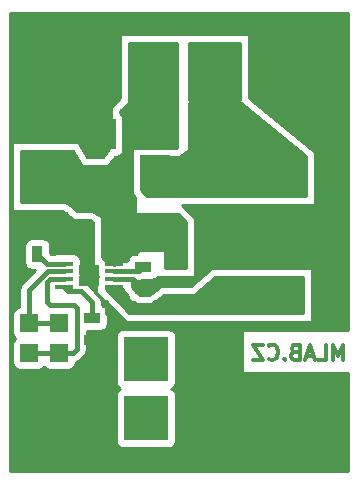
<source format=gbr>
G04 #@! TF.FileFunction,Copper,L2,Bot,Signal*
%FSLAX46Y46*%
G04 Gerber Fmt 4.6, Leading zero omitted, Abs format (unit mm)*
G04 Created by KiCad (PCBNEW (2015-05-13 BZR 5653)-product) date 3. 12. 2015 8:02:28*
%MOMM*%
G01*
G04 APERTURE LIST*
%ADD10C,0.300000*%
%ADD11R,1.397000X0.889000*%
%ADD12R,2.499360X2.550160*%
%ADD13R,1.699260X1.300480*%
%ADD14R,1.524000X1.524000*%
%ADD15R,3.810000X3.810000*%
%ADD16R,5.500000X3.000000*%
%ADD17C,6.000000*%
%ADD18R,0.889000X1.397000*%
%ADD19R,1.550000X0.420000*%
%ADD20R,0.840000X0.940000*%
%ADD21C,0.600000*%
%ADD22C,0.400000*%
%ADD23C,0.250000*%
%ADD24C,0.600000*%
%ADD25C,0.254000*%
G04 APERTURE END LIST*
D10*
X29145238Y10333905D02*
X29145238Y11633905D01*
X28711905Y10705333D01*
X28278572Y11633905D01*
X28278572Y10333905D01*
X27040477Y10333905D02*
X27659524Y10333905D01*
X27659524Y11633905D01*
X26669048Y10705333D02*
X26050000Y10705333D01*
X26792857Y10333905D02*
X26359524Y11633905D01*
X25926191Y10333905D01*
X25059524Y11014857D02*
X24873810Y10952952D01*
X24811905Y10891048D01*
X24750000Y10767238D01*
X24750000Y10581524D01*
X24811905Y10457714D01*
X24873810Y10395810D01*
X24997619Y10333905D01*
X25492857Y10333905D01*
X25492857Y11633905D01*
X25059524Y11633905D01*
X24935714Y11572000D01*
X24873810Y11510095D01*
X24811905Y11386286D01*
X24811905Y11262476D01*
X24873810Y11138667D01*
X24935714Y11076762D01*
X25059524Y11014857D01*
X25492857Y11014857D01*
X24192857Y10457714D02*
X24130952Y10395810D01*
X24192857Y10333905D01*
X24254762Y10395810D01*
X24192857Y10457714D01*
X24192857Y10333905D01*
X22830952Y10457714D02*
X22892857Y10395810D01*
X23078571Y10333905D01*
X23202381Y10333905D01*
X23388095Y10395810D01*
X23511904Y10519619D01*
X23573809Y10643429D01*
X23635714Y10891048D01*
X23635714Y11076762D01*
X23573809Y11324381D01*
X23511904Y11448190D01*
X23388095Y11572000D01*
X23202381Y11633905D01*
X23078571Y11633905D01*
X22892857Y11572000D01*
X22830952Y11510095D01*
X22397619Y11633905D02*
X21530952Y11633905D01*
X22397619Y10333905D01*
X21530952Y10333905D01*
D11*
X12192000Y18224500D03*
X12192000Y16319500D03*
D12*
X8636000Y29448760D03*
X8636000Y24399240D03*
X13208000Y26400760D03*
X13208000Y21351240D03*
D13*
X14986000Y15267940D03*
X14986000Y18768060D03*
D14*
X5080000Y10922000D03*
X2540000Y10922000D03*
X5080000Y13462000D03*
X2540000Y13462000D03*
D15*
X12446000Y5414000D03*
X12446000Y10414000D03*
X17526000Y5414000D03*
X17526000Y10414000D03*
D14*
X2540000Y29718000D03*
X5080000Y29718000D03*
X2540000Y27178000D03*
X5080000Y27178000D03*
X2540000Y24638000D03*
X5080000Y24638000D03*
X2540000Y22098000D03*
X5080000Y22098000D03*
D15*
X18288000Y35226000D03*
X18288000Y30226000D03*
X13208000Y35226000D03*
X13208000Y30226000D03*
D16*
X23114000Y25828000D03*
X23114000Y15828000D03*
D17*
X25380000Y5080000D03*
X25380000Y35560000D03*
X5080000Y35560000D03*
X5080000Y5080000D03*
D11*
X7874000Y13906500D03*
X7874000Y12001500D03*
D18*
X3238500Y19304000D03*
X1333500Y19304000D03*
D19*
X5515000Y16551000D03*
X5515000Y17201000D03*
X5515000Y17851000D03*
X5515000Y18501000D03*
X9725000Y18501000D03*
X9725000Y17851000D03*
X9725000Y17201000D03*
X9725000Y16551000D03*
D20*
X8040000Y17996000D03*
X8040000Y17056000D03*
X7200000Y17996000D03*
X7200000Y17056000D03*
D21*
X9398000Y13970000D03*
X9100706Y15125294D03*
X7366000Y20066000D03*
X5080000Y20574000D03*
X1270000Y20828000D03*
X6776226Y31750000D03*
X9144000Y31750000D03*
X5080000Y31750000D03*
X3810000Y31750000D03*
X2540000Y31750000D03*
X16764000Y23114000D03*
X17272000Y21336000D03*
X17272000Y20320000D03*
X17272000Y19304000D03*
X17272000Y18288000D03*
X8040000Y17996000D03*
X8040000Y17056000D03*
X7200000Y17056000D03*
X7200000Y17996000D03*
D22*
X9725000Y17851000D02*
X11818500Y17851000D01*
X11818500Y17851000D02*
X12192000Y18224500D01*
D23*
X9100706Y15125294D02*
X9100706Y14267294D01*
X9100706Y14267294D02*
X9398000Y13970000D01*
D22*
X9100706Y15125294D02*
X10764000Y13462000D01*
D23*
X8040000Y17056000D02*
X8040000Y16186000D01*
X8040000Y16186000D02*
X9100706Y15125294D01*
X5080000Y22098000D02*
X5080000Y20574000D01*
X5080000Y31750000D02*
X6776226Y31750000D01*
X2540000Y31750000D02*
X3810000Y31750000D01*
X17272000Y21336000D02*
X17272000Y22606000D01*
X17272000Y22606000D02*
X16764000Y23114000D01*
X17272000Y19304000D02*
X17272000Y20320000D01*
X16256000Y17018000D02*
X17272000Y18034000D01*
X17272000Y18034000D02*
X17272000Y18288000D01*
X13839000Y17018000D02*
X16256000Y17018000D01*
X12192000Y16319500D02*
X13140500Y16319500D01*
X13140500Y16319500D02*
X13839000Y17018000D01*
D22*
X1016000Y29356000D02*
X1016000Y22460000D01*
X1016000Y22460000D02*
X1378000Y22098000D01*
X1378000Y22098000D02*
X2540000Y22098000D01*
X2540000Y29718000D02*
X1378000Y29718000D01*
X1378000Y29718000D02*
X1016000Y29356000D01*
X10764000Y13462000D02*
X16783000Y13462000D01*
X16783000Y13462000D02*
X17526000Y12719000D01*
X17526000Y12719000D02*
X17526000Y10414000D01*
X12192000Y16319500D02*
X11310500Y17201000D01*
X11310500Y17201000D02*
X9725000Y17201000D01*
D24*
X13208000Y30226000D02*
X13208000Y35226000D01*
D22*
X9725000Y20139000D02*
X10937240Y21351240D01*
X10937240Y21351240D02*
X13208000Y21351240D01*
X9725000Y18501000D02*
X9725000Y20139000D01*
D24*
X18288000Y35226000D02*
X18288000Y30226000D01*
D22*
X5080000Y10922000D02*
X2540000Y10922000D01*
X6604000Y14732000D02*
X6604000Y11284000D01*
X6604000Y11284000D02*
X6242000Y10922000D01*
X6242000Y10922000D02*
X5080000Y10922000D01*
X4318000Y14986000D02*
X6350000Y14986000D01*
X6350000Y14986000D02*
X6604000Y14732000D01*
X4064000Y15240000D02*
X4318000Y14986000D01*
X4064000Y16925000D02*
X4064000Y15240000D01*
X5515000Y17201000D02*
X4339999Y17200999D01*
X4339999Y17200999D02*
X4064000Y16925000D01*
X5515000Y17851000D02*
X4141458Y17851000D01*
X4141458Y17851000D02*
X2540000Y16249542D01*
X2540000Y16249542D02*
X2540000Y14624000D01*
X2540000Y14624000D02*
X2540000Y13462000D01*
X5080000Y13462000D02*
X2540000Y13462000D01*
X6928001Y16185999D02*
X7874000Y15240000D01*
X7874000Y15240000D02*
X7874000Y13906500D01*
X5515000Y16551000D02*
X5880001Y16185999D01*
X5880001Y16185999D02*
X6928001Y16185999D01*
X5515000Y18501000D02*
X4041500Y18501000D01*
X4041500Y18501000D02*
X3238500Y19304000D01*
X12700000Y14732000D02*
X13235940Y15267940D01*
X13235940Y15267940D02*
X14986000Y15267940D01*
X10934000Y14732000D02*
X12700000Y14732000D01*
X9725000Y15941000D02*
X10934000Y14732000D01*
X9725000Y16551000D02*
X9725000Y15941000D01*
D25*
G36*
X25781000Y14351000D02*
X11055868Y14351000D01*
X9063308Y16343560D01*
X10500000Y16343560D01*
X10541000Y16351515D01*
X10541000Y16203395D01*
X10846060Y15898335D01*
X10846060Y15875000D01*
X10893037Y15632877D01*
X11032827Y15420073D01*
X11243860Y15277623D01*
X11493500Y15227560D01*
X11516835Y15227560D01*
X11631395Y15113000D01*
X12996333Y15113000D01*
X14012333Y15875000D01*
X16556980Y15875000D01*
X18334980Y17399000D01*
X25781000Y17399000D01*
X25781000Y14351000D01*
X25781000Y14351000D01*
G37*
X25781000Y14351000D02*
X11055868Y14351000D01*
X9063308Y16343560D01*
X10500000Y16343560D01*
X10541000Y16351515D01*
X10541000Y16203395D01*
X10846060Y15898335D01*
X10846060Y15875000D01*
X10893037Y15632877D01*
X11032827Y15420073D01*
X11243860Y15277623D01*
X11493500Y15227560D01*
X11516835Y15227560D01*
X11631395Y15113000D01*
X12996333Y15113000D01*
X14012333Y15875000D01*
X16556980Y15875000D01*
X18334980Y17399000D01*
X25781000Y17399000D01*
X25781000Y14351000D01*
G36*
X15875000Y18161000D02*
X14097000Y18161000D01*
X14097000Y19685000D01*
X11876961Y19685000D01*
X11582113Y19316440D01*
X11493500Y19316440D01*
X11251377Y19269463D01*
X11038573Y19129673D01*
X10896123Y18918640D01*
X10849469Y18686000D01*
X10611897Y18686000D01*
X10500000Y18708440D01*
X9060254Y18708440D01*
X8920673Y18920927D01*
X8763000Y19027358D01*
X8763000Y22419968D01*
X7912453Y22987000D01*
X6646333Y22987000D01*
X6393545Y23176591D01*
X6302673Y23314927D01*
X6091640Y23457377D01*
X5992711Y23477217D01*
X5630333Y23749000D01*
X1851000Y23749000D01*
X1851000Y28067000D01*
X6278094Y28067000D01*
X7040094Y26797000D01*
X7620000Y26797000D01*
X9205039Y26797000D01*
X9788431Y27526240D01*
X9885680Y27526240D01*
X10127803Y27573217D01*
X10340607Y27713007D01*
X10483057Y27924040D01*
X10533120Y28173680D01*
X10533120Y30723840D01*
X10486143Y30965963D01*
X10346353Y31178767D01*
X10287000Y31218831D01*
X10287000Y31443395D01*
X10974605Y32131000D01*
X15113000Y32131000D01*
X15113000Y28364509D01*
X15047737Y28321000D01*
X14469049Y28321000D01*
X14457680Y28323280D01*
X11958320Y28323280D01*
X11946568Y28321000D01*
X11303000Y28321000D01*
X11303000Y24374974D01*
X11557000Y24120974D01*
X11557000Y23622000D01*
X11557000Y22733000D01*
X13970000Y22733000D01*
X14478000Y22733000D01*
X15187395Y22733000D01*
X15875000Y22045395D01*
X15875000Y18161000D01*
X15875000Y18161000D01*
G37*
X15875000Y18161000D02*
X14097000Y18161000D01*
X14097000Y19685000D01*
X11876961Y19685000D01*
X11582113Y19316440D01*
X11493500Y19316440D01*
X11251377Y19269463D01*
X11038573Y19129673D01*
X10896123Y18918640D01*
X10849469Y18686000D01*
X10611897Y18686000D01*
X10500000Y18708440D01*
X9060254Y18708440D01*
X8920673Y18920927D01*
X8763000Y19027358D01*
X8763000Y22419968D01*
X7912453Y22987000D01*
X6646333Y22987000D01*
X6393545Y23176591D01*
X6302673Y23314927D01*
X6091640Y23457377D01*
X5992711Y23477217D01*
X5630333Y23749000D01*
X1851000Y23749000D01*
X1851000Y28067000D01*
X6278094Y28067000D01*
X7040094Y26797000D01*
X7620000Y26797000D01*
X9205039Y26797000D01*
X9788431Y27526240D01*
X9885680Y27526240D01*
X10127803Y27573217D01*
X10340607Y27713007D01*
X10483057Y27924040D01*
X10533120Y28173680D01*
X10533120Y30723840D01*
X10486143Y30965963D01*
X10346353Y31178767D01*
X10287000Y31218831D01*
X10287000Y31443395D01*
X10974605Y32131000D01*
X15113000Y32131000D01*
X15113000Y28364509D01*
X15047737Y28321000D01*
X14469049Y28321000D01*
X14457680Y28323280D01*
X11958320Y28323280D01*
X11946568Y28321000D01*
X11303000Y28321000D01*
X11303000Y24374974D01*
X11557000Y24120974D01*
X11557000Y23622000D01*
X11557000Y22733000D01*
X13970000Y22733000D01*
X14478000Y22733000D01*
X15187395Y22733000D01*
X15875000Y22045395D01*
X15875000Y18161000D01*
G36*
X26035000Y24257000D02*
X12498605Y24257000D01*
X12065000Y24690605D01*
X12065000Y27559000D01*
X15278453Y27559000D01*
X16129000Y28126032D01*
X16129000Y32131000D01*
X20528666Y32131000D01*
X26035000Y27625817D01*
X26035000Y24257000D01*
X26035000Y24257000D01*
G37*
X26035000Y24257000D02*
X12498605Y24257000D01*
X12065000Y24690605D01*
X12065000Y27559000D01*
X15278453Y27559000D01*
X16129000Y28126032D01*
X16129000Y32131000D01*
X20528666Y32131000D01*
X26035000Y27625817D01*
X26035000Y24257000D01*
G36*
X29539000Y941000D02*
X14998440Y941000D01*
X14998440Y3509000D01*
X14998440Y7319000D01*
X14951463Y7561123D01*
X14811673Y7773927D01*
X14602818Y7914907D01*
X14805927Y8048327D01*
X14948377Y8259360D01*
X14998440Y8509000D01*
X14998440Y12319000D01*
X14951463Y12561123D01*
X14811673Y12773927D01*
X14600640Y12916377D01*
X14351000Y12966440D01*
X10541000Y12966440D01*
X10298877Y12919463D01*
X10086073Y12779673D01*
X9943623Y12568640D01*
X9893560Y12319000D01*
X9893560Y8509000D01*
X9940537Y8266877D01*
X10080327Y8054073D01*
X10289181Y7913094D01*
X10086073Y7779673D01*
X9943623Y7568640D01*
X9893560Y7319000D01*
X9893560Y3509000D01*
X9940537Y3266877D01*
X10080327Y3054073D01*
X10291360Y2911623D01*
X10541000Y2861560D01*
X14351000Y2861560D01*
X14593123Y2908537D01*
X14805927Y3048327D01*
X14948377Y3259360D01*
X14998440Y3509000D01*
X14998440Y941000D01*
X941000Y941000D01*
X941000Y22987000D01*
X5376333Y22987000D01*
X6392333Y22225000D01*
X7681737Y22225000D01*
X8001000Y22012158D01*
X8001000Y17653000D01*
X8302560Y17653000D01*
X8302560Y17641000D01*
X8349513Y17399000D01*
X8255000Y17399000D01*
X8255000Y16039868D01*
X7518435Y16776433D01*
X7247542Y16957438D01*
X6937440Y17019122D01*
X6937440Y17411000D01*
X6914758Y17527901D01*
X6937440Y17641000D01*
X6937440Y18061000D01*
X6914758Y18177901D01*
X6937440Y18291000D01*
X6937440Y18711000D01*
X6890463Y18953123D01*
X6750673Y19165927D01*
X6539640Y19308377D01*
X6290000Y19358440D01*
X4740000Y19358440D01*
X4624342Y19336000D01*
X4387368Y19336000D01*
X4330440Y19392928D01*
X4330440Y20002500D01*
X4283463Y20244623D01*
X4143673Y20457427D01*
X3932640Y20599877D01*
X3683000Y20649940D01*
X2794000Y20649940D01*
X2551877Y20602963D01*
X2339073Y20463173D01*
X2196623Y20252140D01*
X2146560Y20002500D01*
X2146560Y18605500D01*
X2193537Y18363377D01*
X2333327Y18150573D01*
X2544360Y18008123D01*
X2794000Y17958060D01*
X3067650Y17958060D01*
X1949566Y16839976D01*
X1768561Y16569083D01*
X1705000Y16249542D01*
X1705000Y14857277D01*
X1535877Y14824463D01*
X1323073Y14684673D01*
X1180623Y14473640D01*
X1130560Y14224000D01*
X1130560Y12700000D01*
X1177537Y12457877D01*
X1317327Y12245073D01*
X1395541Y12192278D01*
X1323073Y12144673D01*
X1180623Y11933640D01*
X1130560Y11684000D01*
X1130560Y10160000D01*
X1177537Y9917877D01*
X1317327Y9705073D01*
X1528360Y9562623D01*
X1778000Y9512560D01*
X3302000Y9512560D01*
X3544123Y9559537D01*
X3756927Y9699327D01*
X3809722Y9777542D01*
X3857327Y9705073D01*
X4068360Y9562623D01*
X4318000Y9512560D01*
X5842000Y9512560D01*
X6084123Y9559537D01*
X6296927Y9699327D01*
X6439377Y9910360D01*
X6484472Y10135232D01*
X6561540Y10150561D01*
X6561541Y10150561D01*
X6832434Y10331566D01*
X7194434Y10693566D01*
X7375439Y10964459D01*
X7375439Y10964460D01*
X7439000Y11284000D01*
X7439000Y12814560D01*
X8572500Y12814560D01*
X8814623Y12861537D01*
X9027427Y13001327D01*
X9169877Y13212360D01*
X9219940Y13462000D01*
X9219940Y14351000D01*
X9172963Y14593123D01*
X9033173Y14805927D01*
X8822140Y14948377D01*
X8709000Y14971066D01*
X8709000Y15240000D01*
X8645440Y15559540D01*
X8645439Y15559541D01*
X8558863Y15689111D01*
X9964987Y14282987D01*
X10218987Y14028987D01*
X10658974Y13589000D01*
X26543000Y13589000D01*
X26543000Y18161000D01*
X18053098Y18161000D01*
X16275098Y16637000D01*
X13758333Y16637000D01*
X12977787Y16051591D01*
X12916400Y16039380D01*
X12670388Y15875000D01*
X11947026Y15875000D01*
X11303000Y16519026D01*
X11303000Y17016000D01*
X11818500Y17016000D01*
X12138040Y17079561D01*
X12138041Y17079561D01*
X12217358Y17132560D01*
X12217359Y17132560D01*
X12890500Y17132560D01*
X13132623Y17179537D01*
X13345427Y17319327D01*
X13399207Y17399000D01*
X16637000Y17399000D01*
X16637000Y22361026D01*
X15503026Y23495000D01*
X26797000Y23495000D01*
X26797000Y27986913D01*
X21209000Y32558913D01*
X21209000Y37973000D01*
X15875000Y37973000D01*
X15367000Y37973000D01*
X10287000Y37973000D01*
X10287000Y32521026D01*
X9525000Y31759026D01*
X9525000Y28416746D01*
X8838803Y27559000D01*
X7620000Y27559000D01*
X7471531Y27559000D01*
X6709531Y28829000D01*
X941000Y28829000D01*
X941000Y39699000D01*
X29539000Y39699000D01*
X29539000Y12917000D01*
X20560238Y12917000D01*
X20560238Y9227000D01*
X29539000Y9227000D01*
X29539000Y941000D01*
X29539000Y941000D01*
G37*
X29539000Y941000D02*
X14998440Y941000D01*
X14998440Y3509000D01*
X14998440Y7319000D01*
X14951463Y7561123D01*
X14811673Y7773927D01*
X14602818Y7914907D01*
X14805927Y8048327D01*
X14948377Y8259360D01*
X14998440Y8509000D01*
X14998440Y12319000D01*
X14951463Y12561123D01*
X14811673Y12773927D01*
X14600640Y12916377D01*
X14351000Y12966440D01*
X10541000Y12966440D01*
X10298877Y12919463D01*
X10086073Y12779673D01*
X9943623Y12568640D01*
X9893560Y12319000D01*
X9893560Y8509000D01*
X9940537Y8266877D01*
X10080327Y8054073D01*
X10289181Y7913094D01*
X10086073Y7779673D01*
X9943623Y7568640D01*
X9893560Y7319000D01*
X9893560Y3509000D01*
X9940537Y3266877D01*
X10080327Y3054073D01*
X10291360Y2911623D01*
X10541000Y2861560D01*
X14351000Y2861560D01*
X14593123Y2908537D01*
X14805927Y3048327D01*
X14948377Y3259360D01*
X14998440Y3509000D01*
X14998440Y941000D01*
X941000Y941000D01*
X941000Y22987000D01*
X5376333Y22987000D01*
X6392333Y22225000D01*
X7681737Y22225000D01*
X8001000Y22012158D01*
X8001000Y17653000D01*
X8302560Y17653000D01*
X8302560Y17641000D01*
X8349513Y17399000D01*
X8255000Y17399000D01*
X8255000Y16039868D01*
X7518435Y16776433D01*
X7247542Y16957438D01*
X6937440Y17019122D01*
X6937440Y17411000D01*
X6914758Y17527901D01*
X6937440Y17641000D01*
X6937440Y18061000D01*
X6914758Y18177901D01*
X6937440Y18291000D01*
X6937440Y18711000D01*
X6890463Y18953123D01*
X6750673Y19165927D01*
X6539640Y19308377D01*
X6290000Y19358440D01*
X4740000Y19358440D01*
X4624342Y19336000D01*
X4387368Y19336000D01*
X4330440Y19392928D01*
X4330440Y20002500D01*
X4283463Y20244623D01*
X4143673Y20457427D01*
X3932640Y20599877D01*
X3683000Y20649940D01*
X2794000Y20649940D01*
X2551877Y20602963D01*
X2339073Y20463173D01*
X2196623Y20252140D01*
X2146560Y20002500D01*
X2146560Y18605500D01*
X2193537Y18363377D01*
X2333327Y18150573D01*
X2544360Y18008123D01*
X2794000Y17958060D01*
X3067650Y17958060D01*
X1949566Y16839976D01*
X1768561Y16569083D01*
X1705000Y16249542D01*
X1705000Y14857277D01*
X1535877Y14824463D01*
X1323073Y14684673D01*
X1180623Y14473640D01*
X1130560Y14224000D01*
X1130560Y12700000D01*
X1177537Y12457877D01*
X1317327Y12245073D01*
X1395541Y12192278D01*
X1323073Y12144673D01*
X1180623Y11933640D01*
X1130560Y11684000D01*
X1130560Y10160000D01*
X1177537Y9917877D01*
X1317327Y9705073D01*
X1528360Y9562623D01*
X1778000Y9512560D01*
X3302000Y9512560D01*
X3544123Y9559537D01*
X3756927Y9699327D01*
X3809722Y9777542D01*
X3857327Y9705073D01*
X4068360Y9562623D01*
X4318000Y9512560D01*
X5842000Y9512560D01*
X6084123Y9559537D01*
X6296927Y9699327D01*
X6439377Y9910360D01*
X6484472Y10135232D01*
X6561540Y10150561D01*
X6561541Y10150561D01*
X6832434Y10331566D01*
X7194434Y10693566D01*
X7375439Y10964459D01*
X7375439Y10964460D01*
X7439000Y11284000D01*
X7439000Y12814560D01*
X8572500Y12814560D01*
X8814623Y12861537D01*
X9027427Y13001327D01*
X9169877Y13212360D01*
X9219940Y13462000D01*
X9219940Y14351000D01*
X9172963Y14593123D01*
X9033173Y14805927D01*
X8822140Y14948377D01*
X8709000Y14971066D01*
X8709000Y15240000D01*
X8645440Y15559540D01*
X8645439Y15559541D01*
X8558863Y15689111D01*
X9964987Y14282987D01*
X10218987Y14028987D01*
X10658974Y13589000D01*
X26543000Y13589000D01*
X26543000Y18161000D01*
X18053098Y18161000D01*
X16275098Y16637000D01*
X13758333Y16637000D01*
X12977787Y16051591D01*
X12916400Y16039380D01*
X12670388Y15875000D01*
X11947026Y15875000D01*
X11303000Y16519026D01*
X11303000Y17016000D01*
X11818500Y17016000D01*
X12138040Y17079561D01*
X12138041Y17079561D01*
X12217358Y17132560D01*
X12217359Y17132560D01*
X12890500Y17132560D01*
X13132623Y17179537D01*
X13345427Y17319327D01*
X13399207Y17399000D01*
X16637000Y17399000D01*
X16637000Y22361026D01*
X15503026Y23495000D01*
X26797000Y23495000D01*
X26797000Y27986913D01*
X21209000Y32558913D01*
X21209000Y37973000D01*
X15875000Y37973000D01*
X15367000Y37973000D01*
X10287000Y37973000D01*
X10287000Y32521026D01*
X9525000Y31759026D01*
X9525000Y28416746D01*
X8838803Y27559000D01*
X7620000Y27559000D01*
X7471531Y27559000D01*
X6709531Y28829000D01*
X941000Y28829000D01*
X941000Y39699000D01*
X29539000Y39699000D01*
X29539000Y12917000D01*
X20560238Y12917000D01*
X20560238Y9227000D01*
X29539000Y9227000D01*
X29539000Y941000D01*
G36*
X15113000Y32131000D02*
X11049000Y32131000D01*
X11049000Y37211000D01*
X15113000Y37211000D01*
X15113000Y37084000D01*
X15113000Y32131000D01*
X15113000Y32131000D01*
G37*
X15113000Y32131000D02*
X11049000Y32131000D01*
X11049000Y37211000D01*
X15113000Y37211000D01*
X15113000Y37084000D01*
X15113000Y32131000D01*
G36*
X20447000Y32385000D02*
X16129000Y32385000D01*
X16129000Y37211000D01*
X20447000Y37211000D01*
X20447000Y32385000D01*
X20447000Y32385000D01*
G37*
X20447000Y32385000D02*
X16129000Y32385000D01*
X16129000Y37211000D01*
X20447000Y37211000D01*
X20447000Y32385000D01*
M02*

</source>
